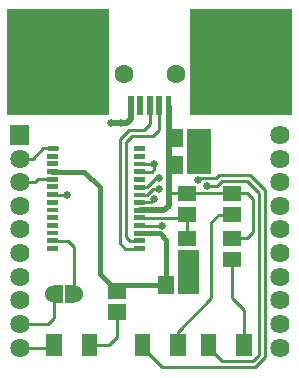
<source format=gbr>
G04 start of page 2 for group 0 idx 0 *
G04 Title: (unknown), top *
G04 Creator: pcb 4.0.2 *
G04 CreationDate: Sat May 14 18:28:01 2022 UTC *
G04 For: railfan *
G04 Format: Gerber/RS-274X *
G04 PCB-Dimensions (mil): 1000.00 1250.00 *
G04 PCB-Coordinate-Origin: lower left *
%MOIN*%
%FSLAX25Y25*%
%LNTOP*%
%ADD22C,0.0320*%
%ADD21C,0.0433*%
%ADD20C,0.0120*%
%ADD19C,0.0260*%
%ADD18C,0.0160*%
%ADD17C,0.0600*%
%ADD16C,0.0640*%
%ADD15C,0.0633*%
%ADD14C,0.0200*%
%ADD13C,0.0150*%
%ADD12C,0.0100*%
%ADD11C,0.0001*%
G54D11*G36*
X36500Y87000D02*X2500D01*
Y122500D01*
X36500D01*
Y87000D01*
G37*
G36*
X63500D02*Y122500D01*
X97500D01*
Y87000D01*
X63500D01*
G37*
G36*
X62500Y82500D02*X70500D01*
Y67500D01*
X67138D01*
X67047Y67556D01*
X66713Y67694D01*
X66361Y67779D01*
X66000Y67807D01*
X65639Y67779D01*
X65287Y67694D01*
X64953Y67556D01*
X64862Y67500D01*
X62500D01*
Y82500D01*
G37*
G36*
X59500Y42000D02*X66500D01*
Y27500D01*
X59500D01*
Y42000D01*
G37*
G54D12*X70500Y51500D02*Y26000D01*
G54D13*X53300Y47700D02*X55500Y45500D01*
Y30500D01*
G54D12*X77500Y38957D02*Y26000D01*
X81405Y22095D01*
Y10500D01*
X70500Y26000D02*X59405Y14905D01*
Y10500D01*
X86500Y61000D02*Y7000D01*
X88500Y62000D02*Y6500D01*
X86500Y7000D02*X84500Y5000D01*
X88500Y6500D02*X85000Y3000D01*
X84500Y5000D02*X74000D01*
X70000Y9000D01*
X85000Y3000D02*X54000D01*
X48000Y9000D01*
X40000Y44500D02*X41900Y42600D01*
X46700D01*
X56299Y61043D02*X82457D01*
X77500Y53957D02*X72957D01*
X70500Y51500D01*
X82457Y61043D02*X84500Y59000D01*
Y48000D01*
X82500Y46000D01*
X77500D01*
X62500Y53957D02*Y46043D01*
X46700Y52900D02*X62500D01*
G54D14*X54900Y55400D02*X46700D01*
G54D12*Y50300D02*X54000D01*
X46700Y58000D02*X50500D01*
G54D13*X46700Y47700D02*X53300D01*
G54D12*X69000Y63500D02*X72500D01*
X74000Y65000D01*
X82500D01*
X86500Y61000D02*X82500Y65000D01*
X66000Y65500D02*X66500Y66000D01*
X72000D01*
X73000Y67000D01*
X83500D01*
X88500Y62000D01*
X43000Y82000D02*X40000Y79000D01*
X39000Y21457D02*Y13000D01*
G54D14*X42500Y84500D02*X37000D01*
G54D12*X42000Y78000D02*X44000Y80000D01*
X51000D01*
X48000Y82000D02*X43000D01*
X51000Y80000D02*X53150Y82150D01*
Y90248D01*
X50000Y90150D02*Y84000D01*
X48000Y82000D01*
G54D14*X43701Y90150D02*Y85701D01*
X42500Y84500D01*
G54D12*X46700Y45200D02*X43300D01*
X42000Y46500D01*
Y78000D01*
X40000Y79000D02*Y44500D01*
G54D14*X56299Y56799D02*X54900Y55400D01*
G54D12*X50500Y58000D02*X51500Y59000D01*
G54D13*X37000Y30500D02*X55500D01*
G54D12*X51000Y62500D02*X53000D01*
X46700Y60500D02*X49000D01*
X51000Y62500D01*
X46700Y63100D02*X49100D01*
X52000Y66000D01*
X53000D01*
G54D14*X56299Y90150D02*Y56799D01*
G54D12*X51600Y69100D02*Y70800D01*
X46700D02*X51600D01*
X46700Y68200D02*X50700D01*
X51600Y69100D01*
X17600Y76000D02*X14500D01*
X11126Y72626D01*
X6693D01*
X17600Y65700D02*X12700D01*
X11752Y64752D01*
X6693D01*
X17600Y60600D02*X22500D01*
X6693Y9634D02*X18095D01*
X39000Y13000D02*X36500Y10500D01*
X29905D01*
G54D13*X17600Y68300D02*X28200D01*
X33500Y63000D01*
Y34000D01*
X37000Y30500D01*
G54D12*X17600Y45300D02*X22700D01*
X24900Y43100D01*
Y27500D01*
X18100D02*Y19600D01*
X16000Y17500D01*
X6701D01*
X6693Y17508D01*
G54D15*X58661Y100878D03*
X41339D03*
G54D16*X93307Y80500D03*
Y72626D03*
Y64752D03*
Y56878D03*
Y49004D03*
Y41130D03*
Y33256D03*
Y25382D03*
Y17508D03*
Y9634D03*
G54D11*G36*
X3493Y83700D02*Y77300D01*
X9893D01*
Y83700D01*
X3493D01*
G37*
G54D16*X6693Y72626D03*
Y64752D03*
Y56878D03*
Y49004D03*
Y41130D03*
Y33256D03*
Y25382D03*
Y17508D03*
Y9634D03*
G54D11*G36*
X57283Y93398D02*X55315D01*
Y87098D01*
X57283D01*
Y93398D01*
G37*
G36*
X57185Y92118D02*X55413D01*
Y88181D01*
X57185D01*
Y92118D01*
G37*
G36*
X54134Y93398D02*X52165D01*
Y87098D01*
X54134D01*
Y93398D01*
G37*
G36*
X54035Y92118D02*X52264D01*
Y88181D01*
X54035D01*
Y92118D01*
G37*
G36*
X70276Y116626D02*X63976D01*
Y108752D01*
X70276D01*
Y116626D01*
G37*
G36*
Y94972D02*X63976D01*
Y87098D01*
X70276D01*
Y94972D01*
G37*
G36*
X74548Y56516D02*Y51398D01*
X80452D01*
Y56516D01*
X74548D01*
G37*
G36*
Y63602D02*Y58484D01*
X80452D01*
Y63602D01*
X74548D01*
G37*
G36*
X68102Y73452D02*X62984D01*
Y67548D01*
X68102D01*
Y73452D01*
G37*
G36*
X59548Y56516D02*Y51398D01*
X65452D01*
Y56516D01*
X59548D01*
G37*
G36*
Y63602D02*Y58484D01*
X65452D01*
Y63602D01*
X59548D01*
G37*
G36*
X61016Y82452D02*X55898D01*
Y76548D01*
X61016D01*
Y82452D01*
G37*
G36*
X68102D02*X62984D01*
Y76548D01*
X68102D01*
Y82452D01*
G37*
G36*
X61016Y73452D02*X55898D01*
Y67548D01*
X61016D01*
Y73452D01*
G37*
G36*
X44800Y43400D02*Y41800D01*
X48600D01*
Y43400D01*
X44800D01*
G37*
G36*
Y46000D02*Y44400D01*
X48600D01*
Y46000D01*
X44800D01*
G37*
G36*
Y48500D02*Y46900D01*
X48600D01*
Y48500D01*
X44800D01*
G37*
G36*
Y51100D02*Y49500D01*
X48600D01*
Y51100D01*
X44800D01*
G37*
G36*
X59548Y41516D02*Y36398D01*
X65452D01*
Y41516D01*
X59548D01*
G37*
G36*
X58059Y33452D02*X52941D01*
Y27548D01*
X58059D01*
Y33452D01*
G37*
G36*
X65145D02*X60027D01*
Y27548D01*
X65145D01*
Y33452D01*
G37*
G36*
X74548Y41516D02*Y36398D01*
X80452D01*
Y41516D01*
X74548D01*
G37*
G36*
X59548Y48602D02*Y43484D01*
X65452D01*
Y48602D01*
X59548D01*
G37*
G36*
X74548D02*Y43484D01*
X80452D01*
Y48602D01*
X74548D01*
G37*
G36*
X50154Y14240D02*X45036D01*
Y6760D01*
X50154D01*
Y14240D01*
G37*
G36*
X61964D02*X56846D01*
Y6760D01*
X61964D01*
Y14240D01*
G37*
G36*
X72154D02*X67036D01*
Y6760D01*
X72154D01*
Y14240D01*
G37*
G36*
X83964D02*X78846D01*
Y6760D01*
X83964D01*
Y14240D01*
G37*
G36*
X20654D02*X15536D01*
Y6760D01*
X20654D01*
Y14240D01*
G37*
G36*
X32464D02*X27346D01*
Y6760D01*
X32464D01*
Y14240D01*
G37*
G54D17*X18100Y27500D03*
G54D11*G36*
X36048Y24016D02*Y18898D01*
X41952D01*
Y24016D01*
X36048D01*
G37*
G36*
Y31102D02*Y25984D01*
X41952D01*
Y31102D01*
X36048D01*
G37*
G54D17*X24900Y27500D03*
G54D11*G36*
Y30500D02*X21900D01*
Y24500D01*
X24900D01*
Y30500D01*
G37*
G36*
X21100D02*X18100D01*
Y24500D01*
X21100D01*
Y30500D01*
G37*
G36*
X50984Y93398D02*X49016D01*
Y87098D01*
X50984D01*
Y93398D01*
G37*
G36*
X50886Y92118D02*X49114D01*
Y88181D01*
X50886D01*
Y92118D01*
G37*
G36*
X47835Y93398D02*X45866D01*
Y87098D01*
X47835D01*
Y93398D01*
G37*
G36*
X47736Y92118D02*X45965D01*
Y88181D01*
X47736D01*
Y92118D01*
G37*
G36*
X44685Y93398D02*X42717D01*
Y87098D01*
X44685D01*
Y93398D01*
G37*
G36*
X44587Y92118D02*X42815D01*
Y88181D01*
X44587D01*
Y92118D01*
G37*
G36*
X36024Y94972D02*X29724D01*
Y87098D01*
X36024D01*
Y94972D01*
G37*
G36*
Y116626D02*X29724D01*
Y108752D01*
X36024D01*
Y116626D01*
G37*
G54D18*X16500Y76000D02*X18700D01*
G54D11*G36*
X15700Y74200D02*Y72600D01*
X19500D01*
Y74200D01*
X15700D01*
G37*
G36*
Y71700D02*Y70100D01*
X19500D01*
Y71700D01*
X15700D01*
G37*
G36*
Y69100D02*Y67500D01*
X19500D01*
Y69100D01*
X15700D01*
G37*
G36*
Y66500D02*Y64900D01*
X19500D01*
Y66500D01*
X15700D01*
G37*
G36*
Y64000D02*Y62400D01*
X19500D01*
Y64000D01*
X15700D01*
G37*
G36*
Y61400D02*Y59800D01*
X19500D01*
Y61400D01*
X15700D01*
G37*
G36*
Y58900D02*Y57300D01*
X19500D01*
Y58900D01*
X15700D01*
G37*
G36*
Y56300D02*Y54700D01*
X19500D01*
Y56300D01*
X15700D01*
G37*
G36*
Y53700D02*Y52100D01*
X19500D01*
Y53700D01*
X15700D01*
G37*
G36*
Y51200D02*Y49600D01*
X19500D01*
Y51200D01*
X15700D01*
G37*
G36*
Y48600D02*Y47000D01*
X19500D01*
Y48600D01*
X15700D01*
G37*
G36*
Y46100D02*Y44500D01*
X19500D01*
Y46100D01*
X15700D01*
G37*
G36*
Y43500D02*Y41900D01*
X19500D01*
Y43500D01*
X15700D01*
G37*
G36*
X44800Y53700D02*Y52100D01*
X48600D01*
Y53700D01*
X44800D01*
G37*
G36*
Y56200D02*Y54600D01*
X48600D01*
Y56200D01*
X44800D01*
G37*
G36*
Y58800D02*Y57200D01*
X48600D01*
Y58800D01*
X44800D01*
G37*
G36*
Y61300D02*Y59700D01*
X48600D01*
Y61300D01*
X44800D01*
G37*
G36*
Y63900D02*Y62300D01*
X48600D01*
Y63900D01*
X44800D01*
G37*
G36*
Y66500D02*Y64900D01*
X48600D01*
Y66500D01*
X44800D01*
G37*
G36*
Y69000D02*Y67400D01*
X48600D01*
Y69000D01*
X44800D01*
G37*
G36*
Y71600D02*Y70000D01*
X48600D01*
Y71600D01*
X44800D01*
G37*
G36*
Y74100D02*Y72500D01*
X48600D01*
Y74100D01*
X44800D01*
G37*
G36*
Y76700D02*Y75100D01*
X48600D01*
Y76700D01*
X44800D01*
G37*
G54D19*X51600Y70800D03*
X54000Y50300D03*
X53000Y62500D03*
Y66000D03*
X40500Y84500D03*
X37000D03*
X22500Y60600D03*
X61500Y35000D03*
X64500D03*
X51500Y59000D03*
X65500Y75000D03*
X68500D03*
X66000Y65500D03*
X69000Y63500D03*
G54D20*G54D21*G54D22*M02*

</source>
